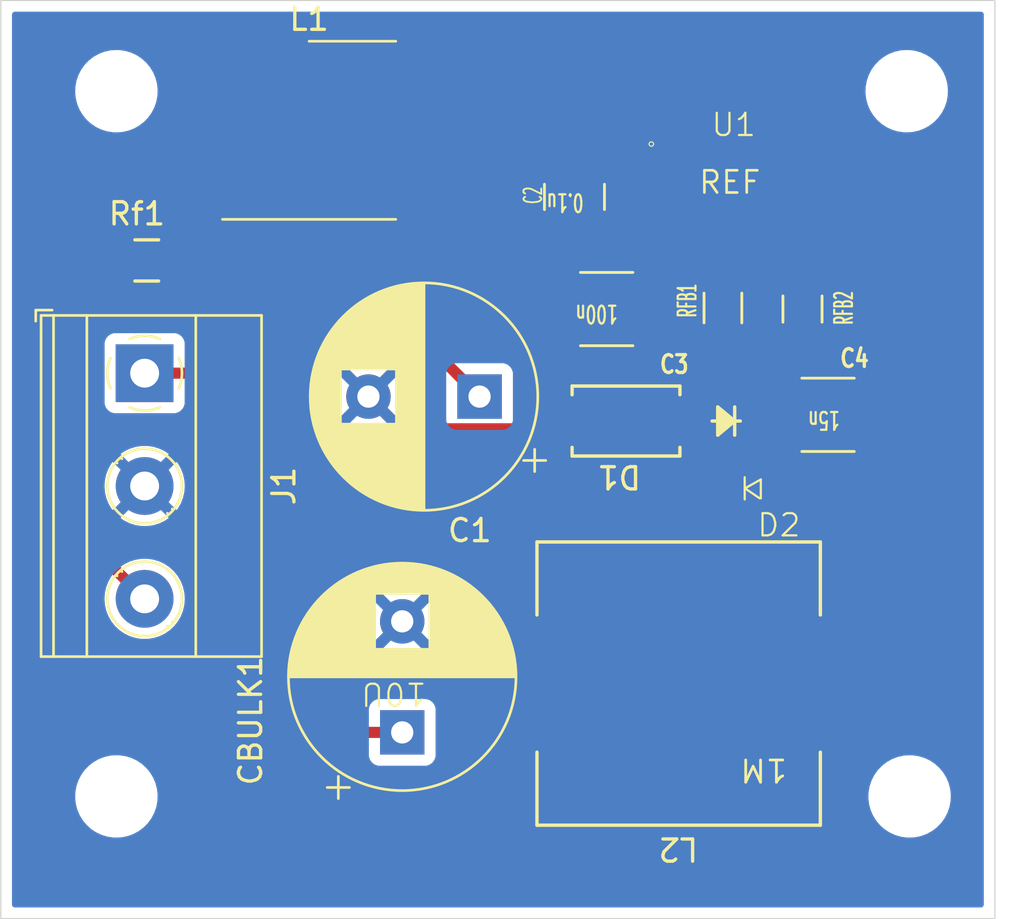
<source format=kicad_pcb>
(kicad_pcb (version 20221018) (generator pcbnew)
  (layers (0 "F.Cu" signal) (31 "B.Cu" signal) (34 "B.Paste" user) (35 "F.Paste" user) (36 "B.SilkS" user "B.Silkscreen") (37 "F.SilkS" user "F.Silkscreen") (38 "B.Mask" user) (39 "F.Mask" user) (44 "Edge.Cuts" user))
  (net 0 "")
  (net 1 "Net-(U1-DRAIN)")
  (net 2 "Net-(U1-VDD)")
  (net 3 "Net-(D1-K)")
  (net 4 "/Feedback pin")
  (net 5 "Net-(D2-K)")
  (net 6 "/10V_OUT_P")
  (net 7 "/HV_IN_P")
  (net 9 "/GND")
  (net 10 "Net-(CBULK1-Pad1)")
  (footprint "C2:CAPC3225X88N" (layer "F.Cu") (at 96.81 42.86 90)
    (fp_text reference "C2" (at 0.07 -1.86 90) (layer "F.SilkS") (effects (font (size 0.8 0.393701) (thickness 0.08))))
    (fp_text value "0.1u")
    (fp_text user "${VALUE}" (at 0.22 0.47 180 unlocked) (layer "F.SilkS") (effects (font (size 0.8 0.5) (thickness 0.1)) (justify left bottom)))
    (pad "1" smd rect (at -1.475 0 90) (size 1.16 2.72) (layers "F.Cu" "F.Paste" "F.Mask") (net 2 "Net-(U1-VDD)"))
    (pad "2" smd rect (at 1.475 0 90) (size 1.16 2.72) (layers "F.Cu" "F.Paste" "F.Mask") (net 3 "Net-(D1-K)"))
  )
  (footprint "MountingHole:MountingHole_3.2mm_M3_DIN965" (layer "F.Cu") (at 111.89 69.85)
    (fp_text reference "H2" hide)
    (fp_text value "MountingHole")
    (pad "" np_thru_hole circle (at 0 0) (size 3.2 3.2) (drill 3.2) (layers "*.Cu" "*.Mask"))
  )
  (footprint "D1:SMA_STM-M" (layer "F.Cu") (at 99.13 52.95 180)
    (fp_text reference "D1" (at 0.31 -2.51 180 unlocked) (layer "F.SilkS"))
    (fp_text value "1N4148")
    (pad "1" smd rect (at -1.9812 0 180) (size 2.5146 1.7018) (layers "F.Cu" "F.Paste" "F.Mask") (net 3 "Net-(D1-K)"))
    (pad "2" smd rect (at 1.9812 0 180) (size 2.5146 1.7018) (layers "F.Cu" "F.Paste" "F.Mask") (net 9 "/GND"))
  )
  (footprint "TerminalBlock_Phoenix:TerminalBlock_Phoenix_MKDS-1,5-3-5.08_1x03_P5.08mm_Horizontal" (layer "F.Cu") (at 77.47 50.795 -90)
    (fp_text reference "J1" (at 5.08 -6.26 90) (layer "F.SilkS"))
    (fp_text value "Screw_Terminal_01x03")
    (pad "1" thru_hole rect (at 0 0 270) (size 2.6 2.6) (drill 1.3) (layers "*.Cu" "*.Mask") (net 6 "/10V_OUT_P"))
    (pad "2" thru_hole circle (at 5.08 0 270) (size 2.6 2.6) (drill 1.3) (layers "*.Cu" "*.Mask") (net 9 "/GND"))
    (pad "3" thru_hole circle (at 10.16 0 270) (size 2.6 2.6) (drill 1.3) (layers "*.Cu" "*.Mask") (net 7 "/HV_IN_P"))
  )
  (footprint "UCC2881:TI_SOIC-8_D_UCC28881_1.27mm" (layer "F.Cu") (at 103.8 42.79)
    (fp_text reference "U1" (at 0.175 -3.175 unlocked) (layer "F.SilkS") (effects (font (thickness 0.1))))
    (fp_text value "UCC28881")
    (fp_text user "REF" (at 0 0 unlocked) (layer "F.SilkS") (effects (font (thickness 0.12)) (justify bottom)))
    (pad "1" smd roundrect (at -2.64 -1.87) (size 1.55 0.6) (layers "F.Cu" "F.Paste" "F.Mask") (net 3 "Net-(D1-K)"))
    (pad "2" smd roundrect (at -2.64 -0.6) (size 1.55 0.6) (layers "F.Cu" "F.Paste" "F.Mask") (net 3 "Net-(D1-K)"))
    (pad "3" smd roundrect (at -2.64 0.67) (size 1.55 0.6) (layers "F.Cu" "F.Paste" "F.Mask") (net 4 "/Feedback pin"))
    (pad "4" smd roundrect (at -2.64 1.94) (size 1.55 0.6) (layers "F.Cu" "F.Paste" "F.Mask") (net 2 "Net-(U1-VDD)"))
    (pad "5" smd roundrect (at 2.76 1.94) (size 1.55 0.6) (layers "F.Cu" "F.Paste" "F.Mask") (net 1 "Net-(U1-DRAIN)"))
    (pad "6" smd roundrect (at 2.76 0.67) (size 1.55 0.6) (layers "F.Cu" "F.Paste" "F.Mask"))
    (pad "7" smd roundrect (at 2.76 -0.6) (size 1.55 0.6) (layers "F.Cu" "F.Paste" "F.Mask"))
    (pad "8" smd roundrect (at 2.76 -1.87) (size 1.55 0.6) (layers "F.Cu" "F.Paste" "F.Mask") (net 1 "Net-(U1-DRAIN)"))
  )
  (footprint "C4:CAP_ECHU1H104GX9" (layer "F.Cu") (at 108.22 52.67 180)
    (fp_text reference "C4" (at -1.19 2.54) (layer "F.SilkS") (effects (font (size 0.8 0.64))))
    (fp_text value "15n")
    (fp_text user "${VALUE}" (at -0.58 0.23 180 unlocked) (layer "F.SilkS") (effects (font (size 0.8 0.5) (thickness 0.1)) (justify left bottom)))
    (pad "1" smd rect (at -2.15 0 180) (size 1.3 3) (layers "F.Cu" "F.Paste" "F.Mask") (net 5 "Net-(D2-K)"))
    (pad "2" smd rect (at 2.15 0 180) (size 1.3 3) (layers "F.Cu" "F.Paste" "F.Mask") (net 3 "Net-(D1-K)"))
  )
  (footprint "Capacitor_THT:CP_Radial_D10.0mm_P5.00mm" (layer "F.Cu") (at 89.06 66.967677 90)
    (fp_text reference "CBULK1" (at 0.525 -6.825 90) (layer "F.SilkS"))
    (fp_text value "10U")
    (fp_text user "${VALUE}" (at 2.32 1.16 180 unlocked) (layer "F.SilkS") (effects (font (thickness 0.1)) (justify left bottom)))
    (pad "1" thru_hole rect (at 0 0 90) (size 2 2) (drill 1) (layers "*.Cu" "*.Mask") (net 10 "Net-(CBULK1-Pad1)"))
    (pad "2" thru_hole circle (at 5 0 90) (size 2 2) (drill 1) (layers "*.Cu" "*.Mask") (net 9 "/GND"))
  )
  (footprint "10k resistor:RESC3116X65N" (layer "F.Cu") (at 103.49 47.86 -90)
    (fp_text reference "RFB1" (at -0.33 1.6 -90) (layer "F.SilkS") (effects (font (size 0.8 0.393701))))
    (fp_text value "10k")
    (pad "1" smd rect (at -1.48 0 270) (size 0.97 1.73) (layers "F.Cu" "F.Paste" "F.Mask") (net 3 "Net-(D1-K)"))
    (pad "2" smd rect (at 1.48 0 270) (size 0.97 1.73) (layers "F.Cu" "F.Paste" "F.Mask") (net 4 "/Feedback pin"))
  )
  (footprint "L1 1MH:L_Wurth_WE-PD2HV-7850" (layer "F.Cu") (at 84.87 39.86)
    (fp_text reference "L1" (at 0 -5 unlocked) (layer "F.SilkS"))
    (fp_text value "1M" hide)
    (pad "1" smd rect (at -2.5 0) (size 3 7.5) (layers "F.Cu" "F.Paste" "F.Mask") (net 10 "Net-(CBULK1-Pad1)"))
    (pad "2" smd rect (at 2.5 0) (size 3 7.5) (layers "F.Cu" "F.Paste" "F.Mask") (net 1 "Net-(U1-DRAIN)"))
  )
  (footprint "D2:D2" (layer "F.Cu") (at 104.77 55.88)
    (fp_text reference "D2" (at 1.24 1.76 unlocked) (layer "F.SilkS") (effects (font (thickness 0.1))))
    (fp_text value "M7")
    (pad "1" smd roundrect (at -1.275 0.125) (size 1.25 1.75) (layers "F.Cu" "F.Paste" "F.Mask") (roundrect_rratio 0.2) (net 5 "Net-(D2-K)"))
    (pad "2" smd roundrect (at 1.525 0.125) (size 1.25 1.75) (layers "F.Cu" "F.Paste" "F.Mask") (roundrect_rratio 0.2) (net 6 "/10V_OUT_P"))
  )
  (footprint "110k resistor:RESC3216X75N" (layer "F.Cu") (at 107.07 47.91 -90)
    (fp_text reference "RFB2" (at -0.05 -1.86 -90) (layer "F.SilkS") (effects (font (size 0.8 0.393701))))
    (fp_text value "110k")
    (pad "1" smd rect (at -1.494 0 270) (size 1.17 1.77) (layers "F.Cu" "F.Paste" "F.Mask") (net 4 "/Feedback pin"))
    (pad "2" smd rect (at 1.494 0 270) (size 1.17 1.77) (layers "F.Cu" "F.Paste" "F.Mask") (net 5 "Net-(D2-K)"))
  )
  (footprint "RF:RF1  RC1206N_PAN-M" (layer "F.Cu") (at 77.565 45.72)
    (fp_text reference "Rf1" (at -0.445 -2.1 unlocked) (layer "F.SilkS"))
    (fp_text value "15")
    (pad "1" smd rect (at -1.504398 0) (size 1.308799 1.650797) (layers "F.Cu" "F.Paste" "F.Mask") (net 7 "/HV_IN_P"))
    (pad "2" smd rect (at 1.504398 0) (size 1.308799 1.650797) (layers "F.Cu" "F.Paste" "F.Mask") (net 10 "Net-(CBULK1-Pad1)"))
  )
  (footprint "L2 1MH:DR127" (layer "F.Cu") (at 101.4984 64.77 180)
    (fp_text reference "L2" (at 0.015 -7.45 180 unlocked) (layer "F.SilkS"))
    (fp_text value "1M")
    (fp_text user "${VALUE}" (at -4.95675 -3.31 180 unlocked) (layer "F.SilkS") (effects (font (thickness 0.125)) (justify left bottom)))
    (pad "1" smd rect (at -4.9784 0 180) (size 3.8608 5.5118) (layers "F.Cu" "F.Paste" "F.Mask") (net 3 "Net-(D1-K)"))
    (pad "2" smd rect (at 4.9784 0 180) (size 3.8608 5.5118) (layers "F.Cu" "F.Paste" "F.Mask") (net 6 "/10V_OUT_P"))
  )
  (footprint "MountingHole:MountingHole_3.2mm_M3_DIN965" (layer "F.Cu") (at 111.76 38.1)
    (fp_text reference "H3" hide)
    (fp_text value "MountingHole")
    (pad "" np_thru_hole circle (at 0 0) (size 3.2 3.2) (drill 3.2) (layers "*.Cu" "*.Mask"))
  )
  (footprint "Capacitor_THT:CP_Radial_D10.0mm_P5.00mm" (layer "F.Cu") (at 92.54 51.85 180)
    (fp_text reference "C1" (at 0.44 -6.03 180) (layer "F.SilkS"))
    (fp_text value "10U")
    (pad "1" thru_hole rect (at 0 0 180) (size 2 2) (drill 1) (layers "*.Cu" "*.Mask") (net 1 "Net-(U1-DRAIN)"))
    (pad "2" thru_hole circle (at 5 0 180) (size 2 2) (drill 1) (layers "*.Cu" "*.Mask") (net 9 "/GND"))
  )
  (footprint "MountingHole:MountingHole_3.2mm_M3_DIN965" (layer "F.Cu") (at 76.2 69.85)
    (fp_text reference "H1" hide)
    (fp_text value "MountingHole")
    (pad "" np_thru_hole circle (at 0 0) (size 3.2 3.2) (drill 3.2) (layers "*.Cu" "*.Mask"))
  )
  (footprint "MountingHole:MountingHole_3.2mm_M3_DIN965" (layer "F.Cu") (at 76.2 38.1)
    (fp_text reference "H4" hide)
    (fp_text value "MountingHole")
    (pad "" np_thru_hole circle (at 0 0) (size 3.2 3.2) (drill 3.2) (layers "*.Cu" "*.Mask"))
  )
  (footprint "C3:CAP_ECHU1H104GX9" (layer "F.Cu") (at 98.26 47.91 180)
    (fp_text reference "C3" (at -3.04 -2.49 180) (layer "F.SilkS") (effects (font (size 0.8 0.64))))
    (fp_text value "100n")
    (fp_text user "${VALUE}" (at -0.55 0.255 180 unlocked) (layer "F.SilkS") (effects (font (size 0.8 0.5) (thickness 0.1)) (justify left bottom)))
    (pad "1" smd rect (at -2.15 0 180) (size 1.3 3) (layers "F.Cu" "F.Paste" "F.Mask") (net 4 "/Feedback pin"))
    (pad "2" smd rect (at 2.15 0 180) (size 1.3 3) (layers "F.Cu" "F.Paste" "F.Mask") (net 3 "Net-(D1-K)"))
  )
  (gr_line (start 71 75.35) (end 115.73 75.35) (stroke (width 0.05)) (layer "Edge.Cuts"))
  (gr_line (start 71 34.02) (end 71 75.35) (stroke (width 0.05)) (layer "Edge.Cuts"))
  (gr_line (start 115.73 75.35) (end 115.73 34.02) (stroke (width 0.05)) (layer "Edge.Cuts"))
  (gr_line (start 71 34.02) (end 115.73 34.02) (stroke (width 0.05)) (layer "Edge.Cuts"))
  (segment (start 106.917684 40.92) (end 106.56 40.92) (width 0.5) (layer "F.Cu") (net 1))
  (segment (start 107.785 41.787316) (end 106.917684 40.92) (width 0.5) (layer "F.Cu") (net 1))
  (segment (start 92.54 51.85) (end 93.087 51.303) (width 0.5) (layer "F.Cu") (net 1))
  (segment (start 92.17 39.86) (end 87.37 39.86) (width 0.5) (layer "F.Cu") (net 1))
  (segment (start 106.86 44.43) (end 107.217684 44.43) (width 0.5) (layer "F.Cu") (net 1))
  (segment (start 107.217684 44.43) (end 107.785 43.862684) (width 0.5) (layer "F.Cu") (net 1))
  (segment (start 93.79 38.24) (end 92.17 39.86) (width 0.5) (layer "F.Cu") (net 1))
  (segment (start 92.54 51.85) (end 88.0704 47.3804) (width 0.5) (layer "F.Cu") (net 1))
  (segment (start 106.56 44.73) (end 106.86 44.43) (width 0.5) (layer "F.Cu") (net 1))
  (segment (start 92.54 51.85) (end 91.44 50.75) (width 0.5) (layer "F.Cu") (net 1))
  (segment (start 103.88 38.24) (end 106.56 40.92) (width 0.5) (layer "F.Cu") (net 1))
  (segment (start 88.0704 47.3804) (end 88.0704 39.86) (width 0.5) (layer "F.Cu") (net 1))
  (segment (start 107.785 43.862684) (end 107.785 41.787316) (width 0.5) (layer "F.Cu") (net 1))
  (segment (start 93.79 38.24) (end 103.88 38.24) (width 0.5) (layer "F.Cu") (net 1))
  (segment (start 100.765 44.335) (end 101.16 44.73) (width 0.5) (layer "F.Cu") (net 2))
  (segment (start 96.81 44.335) (end 100.765 44.335) (width 0.5) (layer "F.Cu") (net 2))
  (segment (start 96.78 41.34) (end 94.55 41.34) (width 0.5) (layer "F.Cu") (net 3))
  (segment (start 104.599154 58.3224) (end 98.3624 58.3224) (width 0.5) (layer "F.Cu") (net 3))
  (segment (start 106.4768 61.5141) (end 106.4527 61.49) (width 0.5) (layer "F.Cu") (net 3))
  (segment (start 98.3624 58.3224) (end 96.16 56.12) (width 0.5) (layer "F.Cu") (net 3))
  (segment (start 95.77 42.19) (end 94.28 43.68) (width 0.5) (layer "F.Cu") (net 3))
  (segment (start 101.1112 52.95) (end 102.175 51.8862) (width 0.5) (layer "F.Cu") (net 3))
  (segment (start 100.8151 54.597) (end 101.1112 54.3009) (width 0.5) (layer "F.Cu") (net 3))
  (segment (start 106.4527 60.175946) (end 104.599154 58.3224) (width 0.5) (layer "F.Cu") (net 3))
  (segment (start 96.16 56.12) (end 96.16 54.97) (width 0.5) (layer "F.Cu") (net 3))
  (segment (start 105.29 46.81) (end 104.86 46.38) (width 0.5) (layer "F.Cu") (net 3))
  (segment (start 94.28 44.615) (end 93.15 45.745) (width 0.5) (layer "F.Cu") (net 3))
  (segment (start 102.175 51.8862) (end 103.1938 51.8862) (width 0.5) (layer "F.Cu") (net 3))
  (segment (start 106.4768 64.77) (end 106.4768 61.5141) (width 0.5) (layer "F.Cu") (net 3))
  (segment (start 101.1112 54.3009) (end 101.1112 52.95) (width 0.5) (layer "F.Cu") (net 3))
  (segment (start 96.11 47.91) (end 98.06 45.96) (width 0.5) (layer "F.Cu") (net 3))
  (segment (start 95.315 47.91) (end 96.11 47.91) (width 0.5) (layer "F.Cu") (net 3))
  (segment (start 106.4527 61.49) (end 106.4527 60.175946) (width 0.5) (layer "F.Cu") (net 3))
  (segment (start 100.695 41.385) (end 101.16 40.92) (width 0.5) (layer "F.Cu") (net 3))
  (segment (start 96.57 54.56) (end 96.607 54.597) (width 0.5) (layer "F.Cu") (net 3))
  (segment (start 105.29 49.79) (end 105.29 46.81) (width 0.5) (layer "F.Cu") (net 3))
  (segment (start 93.15 45.745) (end 95.315 47.91) (width 0.5) (layer "F.Cu") (net 3))
  (segment (start 96.16 54.97) (end 96.57 54.56) (width 0.5) (layer "F.Cu") (net 3))
  (segment (start 96.81 41.385) (end 100.695 41.385) (width 0.5) (layer "F.Cu") (net 3))
  (segment (start 104.86 46.38) (end 103.49 46.38) (width 0.5) (layer "F.Cu") (net 3))
  (segment (start 101.16 42.19) (end 101.16 40.92) (width 0.5) (layer "F.Cu") (net 3))
  (segment (start 94.55 41.34) (end 93.15 42.74) (width 0.5) (layer "F.Cu") (net 3))
  (segment (start 101.16 42.19) (end 95.77 42.19) (width 0.5) (layer "F.Cu") (net 3))
  (segment (start 96.607 54.597) (end 100.8151 54.597) (width 0.5) (layer "F.Cu") (net 3))
  (segment (start 103.49 46.38) (end 103.07 45.96) (width 0.5) (layer "F.Cu") (net 3))
  (segment (start 106.07 52.67) (end 101.3912 52.67) (width 0.5) (layer "F.Cu") (net 3))
  (segment (start 103.1938 51.8862) (end 105.29 49.79) (width 0.5) (layer "F.Cu") (net 3))
  (segment (start 93.15 42.74) (end 93.15 45.745) (width 0.5) (layer "F.Cu") (net 3))
  (segment (start 101.3912 52.67) (end 101.1112 52.95) (width 0.5) (layer "F.Cu") (net 3))
  (segment (start 103.07 45.96) (end 98.06 45.96) (width 0.5) (layer "F.Cu") (net 3))
  (segment (start 94.28 43.68) (end 94.28 44.615) (width 0.5) (layer "F.Cu") (net 3))
  (segment (start 103.65 39.37) (end 95.1 39.37) (width 0.5) (layer "F.Cu") (net 4))
  (segment (start 95.17 50.02) (end 100.29 50.02) (width 0.5) (layer "F.Cu") (net 4))
  (segment (start 101.16 43.46) (end 102.518 43.46) (width 0.5) (layer "F.Cu") (net 4))
  (segment (start 95.1 39.37) (end 91.51 42.96) (width 0.5) (layer "F.Cu") (net 4))
  (segment (start 100.29 50.02) (end 100.97 49.34) (width 0.5) (layer "F.Cu") (net 4))
  (segment (start 103.662316 43.46) (end 106.618316 46.416) (width 0.5) (layer "F.Cu") (net 4))
  (segment (start 100.29 50.02) (end 100.29 48.03) (width 0.5) (layer "F.Cu") (net 4))
  (segment (start 100.97 49.34) (end 103.49 49.34) (width 0.5) (layer "F.Cu") (net 4))
  (segment (start 106.24 46.406) (end 106.24 46.59) (width 0.2) (layer "F.Cu") (net 4))
  (segment (start 91.51 46.36) (end 95.17 50.02) (width 0.5) (layer "F.Cu") (net 4))
  (segment (start 101.16 43.46) (end 103.662316 43.46) (width 0.5) (layer "F.Cu") (net 4))
  (segment (start 91.51 42.96) (end 91.51 46.36) (width 0.5) (layer "F.Cu") (net 4))
  (segment (start 100.29 48.03) (end 100.41 47.91) (width 0.5) (layer "F.Cu") (net 4))
  (segment (start 106.618316 46.416) (end 107.07 46.416) (width 0.5) (layer "F.Cu") (net 4))
  (segment (start 104.468 40.188) (end 103.65 39.37) (width 0.5) (layer "F.Cu") (net 4))
  (segment (start 102.518 43.46) (end 104.468 41.51) (width 0.5) (layer "F.Cu") (net 4))
  (segment (start 104.468 41.51) (end 104.468 40.188) (width 0.5) (layer "F.Cu") (net 4))
  (segment (start 104.88 54.62) (end 108.42 54.62) (width 0.5) (layer "F.Cu") (net 5))
  (segment (start 110.336 52.67) (end 107.07 49.404) (width 0.5) (layer "F.Cu") (net 5))
  (segment (start 108.42 54.62) (end 110.37 52.67) (width 0.5) (layer "F.Cu") (net 5))
  (segment (start 110.37 52.67) (end 110.336 52.67) (width 0.5) (layer "F.Cu") (net 5))
  (segment (start 110.37 52.67) (end 110.37 51.53) (width 0.5) (layer "F.Cu") (net 5))
  (segment (start 103.495 56.005) (end 104.88 54.62) (width 0.5) (layer "F.Cu") (net 5))
  (segment (start 98.397646 71.2176) (end 105.6155 71.2176) (width 0.5) (layer "F.Cu") (net 6))
  (segment (start 77.47 50.795) (end 82.545 50.795) (width 0.5) (layer "F.Cu") (net 6))
  (segment (start 105.6155 71.2176) (end 109.89 66.9431) (width 0.5) (layer "F.Cu") (net 6))
  (segment (start 109.89 66.9431) (end 109.89 59.6) (width 0.5) (layer "F.Cu") (net 6))
  (segment (start 96.52 64.77) (end 96.52 69.339954) (width 0.5) (layer "F.Cu") (net 6))
  (segment (start 96.52 69.339954) (end 98.397646 71.2176) (width 0.5) (layer "F.Cu") (net 6))
  (segment (start 82.545 50.795) (end 96.52 64.77) (width 0.5) (layer "F.Cu") (net 6))
  (segment (start 109.89 59.6) (end 106.295 56.005) (width 0.5) (layer "F.Cu") (net 6))
  (segment (start 74.06 57.545) (end 74.06 48.05) (width 0.5) (layer "F.Cu") (net 7))
  (segment (start 74.06 48.05) (end 76.39 45.72) (width 0.5) (layer "F.Cu") (net 7))
  (segment (start 77.47 60.955) (end 74.06 57.545) (width 0.5) (layer "F.Cu") (net 7))
  (segment (start 97.1488 52.95) (end 96.7988 53.3) (width 0.5) (layer "F.Cu") (net 9))
  (segment (start 96.7988 53.3) (end 88.99 53.3) (width 0.5) (layer "F.Cu") (net 9))
  (segment (start 88.99 53.3) (end 87.54 51.85) (width 0.5) (layer "F.Cu") (net 9))
  (segment (start 78.74 45.72) (end 78.74 43.28) (width 0.5) (layer "F.Cu") (net 10))
  (segment (start 78.12 42.66) (end 78.74 43.28) (width 0.5) (layer "F.Cu") (net 10))
  (segment (start 72.39 43.28) (end 73.01 42.66) (width 0.5) (layer "F.Cu") (net 10))
  (segment (start 81.6696 39.86) (end 81.6696 42.7904) (width 0.5) (layer "F.Cu") (net 10))
  (segment (start 72.39 61.1) (end 72.39 43.28) (width 0.5) (layer "F.Cu") (net 10))
  (segment (start 73.01 42.66) (end 78.12 42.66) (width 0.5) (layer "F.Cu") (net 10))
  (segment (start 89.06 66.967677) (end 78.257677 66.967677) (width 0.5) (layer "F.Cu") (net 10))
  (segment (start 78.257677 66.967677) (end 72.39 61.1) (width 0.5) (layer "F.Cu") (net 10))
  (segment (start 81.6696 42.7904) (end 78.74 45.72) (width 0.5) (layer "F.Cu") (net 10))
  (zone (net 9) (net_name "/GND") (layer "B.Cu") (connect_pads (clearance 0.5)) (min_thickness 0.25) (fill yes (thermal_gap 0.5) (thermal_bridge_width 0.5))
    (polygon (pts (xy 71 75.36) (xy 71 34.03) (xy 115.73 34.03) (xy 115.73 75.34) (xy 115.71 75.36)))
  )
)
</source>
